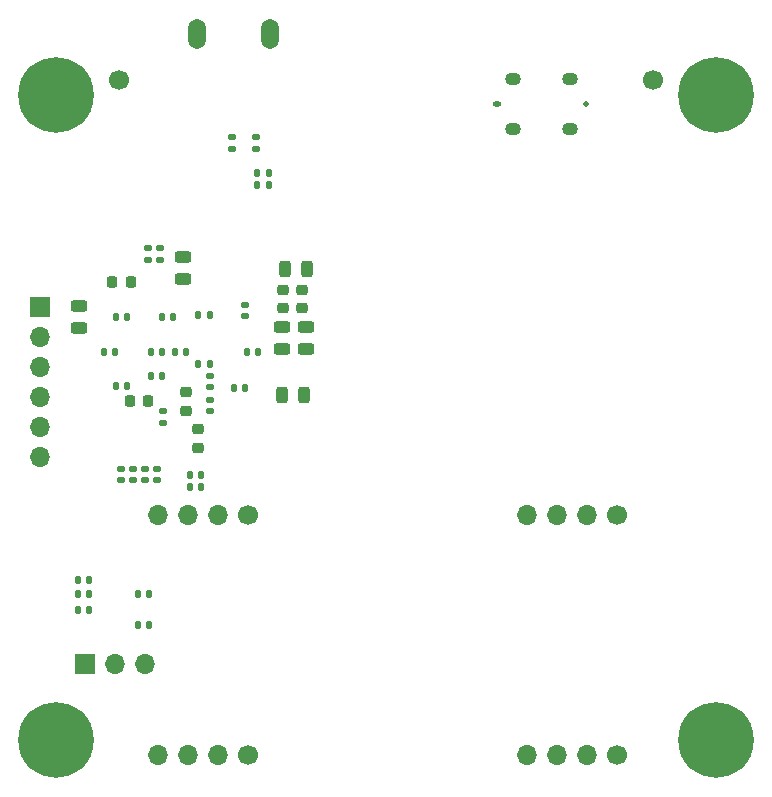
<source format=gbr>
%TF.GenerationSoftware,KiCad,Pcbnew,8.0.4*%
%TF.CreationDate,2024-11-18T22:27:40+01:00*%
%TF.ProjectId,hd_64_v0,68645f36-345f-4763-902e-6b696361645f,0.1*%
%TF.SameCoordinates,PX4737720PY55fe290*%
%TF.FileFunction,Soldermask,Bot*%
%TF.FilePolarity,Negative*%
%FSLAX46Y46*%
G04 Gerber Fmt 4.6, Leading zero omitted, Abs format (unit mm)*
G04 Created by KiCad (PCBNEW 8.0.4) date 2024-11-18 22:27:40*
%MOMM*%
%LPD*%
G01*
G04 APERTURE LIST*
G04 Aperture macros list*
%AMRoundRect*
0 Rectangle with rounded corners*
0 $1 Rounding radius*
0 $2 $3 $4 $5 $6 $7 $8 $9 X,Y pos of 4 corners*
0 Add a 4 corners polygon primitive as box body*
4,1,4,$2,$3,$4,$5,$6,$7,$8,$9,$2,$3,0*
0 Add four circle primitives for the rounded corners*
1,1,$1+$1,$2,$3*
1,1,$1+$1,$4,$5*
1,1,$1+$1,$6,$7*
1,1,$1+$1,$8,$9*
0 Add four rect primitives between the rounded corners*
20,1,$1+$1,$2,$3,$4,$5,0*
20,1,$1+$1,$4,$5,$6,$7,0*
20,1,$1+$1,$6,$7,$8,$9,0*
20,1,$1+$1,$8,$9,$2,$3,0*%
G04 Aperture macros list end*
%ADD10C,1.700000*%
%ADD11C,6.400000*%
%ADD12O,1.346200X1.092200*%
%ADD13O,0.710000X0.508000*%
%ADD14C,0.508000*%
%ADD15O,1.700000X1.700000*%
%ADD16O,1.500000X2.550000*%
%ADD17R,1.700000X1.700000*%
%ADD18RoundRect,0.243750X-0.456250X0.243750X-0.456250X-0.243750X0.456250X-0.243750X0.456250X0.243750X0*%
%ADD19RoundRect,0.147500X0.147500X0.172500X-0.147500X0.172500X-0.147500X-0.172500X0.147500X-0.172500X0*%
%ADD20RoundRect,0.147500X-0.147500X-0.172500X0.147500X-0.172500X0.147500X0.172500X-0.147500X0.172500X0*%
%ADD21RoundRect,0.147500X0.172500X-0.147500X0.172500X0.147500X-0.172500X0.147500X-0.172500X-0.147500X0*%
%ADD22RoundRect,0.147500X-0.172500X0.147500X-0.172500X-0.147500X0.172500X-0.147500X0.172500X0.147500X0*%
%ADD23RoundRect,0.218750X0.218750X0.256250X-0.218750X0.256250X-0.218750X-0.256250X0.218750X-0.256250X0*%
%ADD24RoundRect,0.243750X0.243750X0.456250X-0.243750X0.456250X-0.243750X-0.456250X0.243750X-0.456250X0*%
%ADD25RoundRect,0.218750X0.256250X-0.218750X0.256250X0.218750X-0.256250X0.218750X-0.256250X-0.218750X0*%
%ADD26RoundRect,0.243750X0.456250X-0.243750X0.456250X0.243750X-0.456250X0.243750X-0.456250X-0.243750X0*%
%ADD27RoundRect,0.243750X-0.243750X-0.456250X0.243750X-0.456250X0.243750X0.456250X-0.243750X0.456250X0*%
%ADD28RoundRect,0.218750X-0.256250X0.218750X-0.256250X-0.218750X0.256250X-0.218750X0.256250X0.218750X0*%
G04 APERTURE END LIST*
D10*
X54356000Y59690000D03*
D11*
X59690000Y3810000D03*
D12*
X42524000Y59820001D03*
X47324000Y59820001D03*
X42524000Y55519999D03*
X47324000Y55519999D03*
D13*
X41174000Y57670000D03*
D14*
X48674000Y57670000D03*
D10*
X20066000Y2540000D03*
D15*
X17526000Y2540000D03*
X14986000Y2540000D03*
X12446000Y2540000D03*
D11*
X59690000Y58420000D03*
D10*
X51308000Y22860000D03*
D15*
X48768000Y22860000D03*
X46228000Y22860000D03*
X43688000Y22860000D03*
D10*
X9144000Y59690000D03*
D16*
X21896000Y63627000D03*
X15696000Y63627000D03*
D10*
X51308000Y2540000D03*
D15*
X48768000Y2540000D03*
X46228000Y2540000D03*
X43688000Y2540000D03*
D11*
X3810000Y3810000D03*
D17*
X2438000Y40488000D03*
D15*
X2438000Y37948000D03*
X2438000Y35408000D03*
X2438000Y32868000D03*
X2438000Y30328000D03*
X2438000Y27788000D03*
D10*
X20066000Y22860000D03*
D15*
X17526000Y22860000D03*
X14986000Y22860000D03*
X12446000Y22860000D03*
D17*
X6223000Y10287000D03*
D15*
X8763000Y10287000D03*
X11303000Y10287000D03*
D11*
X3810000Y58420000D03*
D18*
X24924000Y38807500D03*
X24924000Y36932500D03*
D19*
X6609000Y17370000D03*
X5639000Y17370000D03*
D20*
X15839000Y35670000D03*
X16809000Y35670000D03*
X18839000Y33670000D03*
X19809000Y33670000D03*
D21*
X12824000Y30685000D03*
X12824000Y31655000D03*
D22*
X12319000Y26774000D03*
X12319000Y25804000D03*
D20*
X7839000Y36670000D03*
X8809000Y36670000D03*
D19*
X20909000Y36670000D03*
X19939000Y36670000D03*
D22*
X19824000Y40655000D03*
X19824000Y39685000D03*
D19*
X12804000Y34670000D03*
X11834000Y34670000D03*
X16106000Y25273000D03*
X15136000Y25273000D03*
X12809000Y36670000D03*
X11839000Y36670000D03*
D21*
X18669000Y53871000D03*
X18669000Y54841000D03*
D22*
X11624000Y45455000D03*
X11624000Y44485000D03*
D23*
X10111500Y42570000D03*
X8536500Y42570000D03*
X11611500Y32570000D03*
X10036500Y32570000D03*
D22*
X9271000Y26774000D03*
X9271000Y25804000D03*
D19*
X6609000Y16170000D03*
X5639000Y16170000D03*
D22*
X10287000Y26774000D03*
X10287000Y25804000D03*
D18*
X22924000Y38807500D03*
X22924000Y36932500D03*
D24*
X25061500Y43670000D03*
X23186500Y43670000D03*
D19*
X14809000Y36670000D03*
X13839000Y36670000D03*
X9809000Y33770000D03*
X8839000Y33770000D03*
D21*
X20701000Y53871000D03*
X20701000Y54841000D03*
D25*
X23024000Y40382500D03*
X23024000Y41957500D03*
D19*
X9809000Y39670000D03*
X8839000Y39670000D03*
D22*
X11303000Y26774000D03*
X11303000Y25804000D03*
D18*
X5724000Y40607500D03*
X5724000Y38732500D03*
D25*
X24624000Y40382500D03*
X24624000Y41957500D03*
D20*
X15136000Y26289000D03*
X16106000Y26289000D03*
D22*
X12624000Y45455000D03*
X12624000Y44485000D03*
D20*
X20851000Y51816000D03*
X21821000Y51816000D03*
D22*
X16824000Y34655000D03*
X16824000Y33685000D03*
D19*
X16809000Y39770000D03*
X15839000Y39770000D03*
D20*
X12739000Y39670000D03*
X13709000Y39670000D03*
D26*
X14524000Y42832500D03*
X14524000Y44707500D03*
D20*
X10739000Y13570000D03*
X11709000Y13570000D03*
X10739000Y16170000D03*
X11709000Y16170000D03*
D22*
X16824000Y32655000D03*
X16824000Y31685000D03*
D19*
X6609000Y14870000D03*
X5639000Y14870000D03*
D27*
X22886500Y33070000D03*
X24761500Y33070000D03*
D25*
X14824000Y31682500D03*
X14824000Y33257500D03*
D20*
X20839000Y50800000D03*
X21809000Y50800000D03*
D28*
X15824000Y30157500D03*
X15824000Y28582500D03*
M02*

</source>
